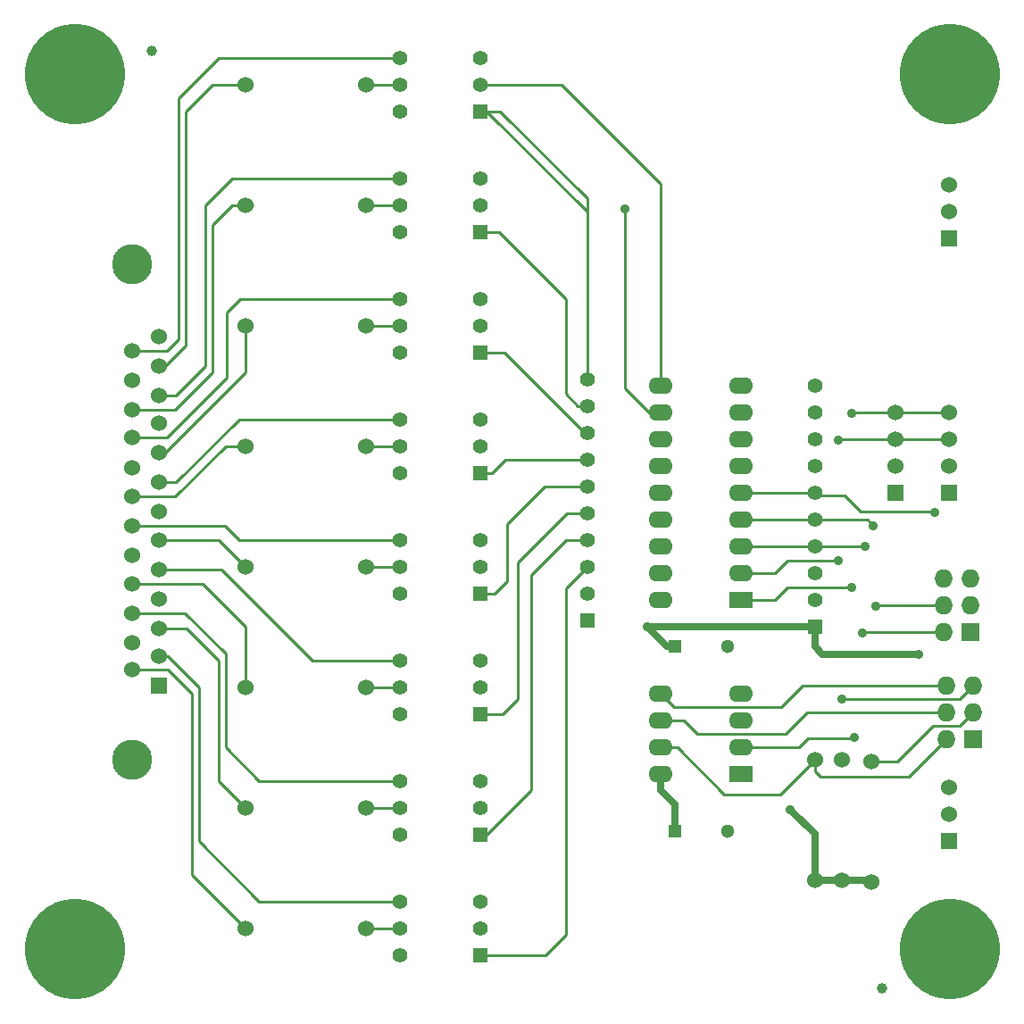
<source format=gtl>
G04 #@! TF.FileFunction,Copper,L1,Top,Signal*
%FSLAX46Y46*%
G04 Gerber Fmt 4.6, Leading zero omitted, Abs format (unit mm)*
G04 Created by KiCad (PCBNEW (after 2015-mar-04 BZR unknown)-product) date 4/26/2015 3:19:07 PM*
%MOMM*%
G01*
G04 APERTURE LIST*
%ADD10C,0.150000*%
%ADD11C,1.524000*%
%ADD12R,1.397000X1.397000*%
%ADD13C,1.397000*%
%ADD14C,9.525000*%
%ADD15C,1.000000*%
%ADD16R,1.524000X1.524000*%
%ADD17C,3.810000*%
%ADD18R,1.727200X1.727200*%
%ADD19O,1.727200X1.727200*%
%ADD20R,1.300000X1.300000*%
%ADD21C,1.300000*%
%ADD22R,2.286000X1.574800*%
%ADD23O,2.286000X1.574800*%
%ADD24C,0.889000*%
%ADD25C,0.254000*%
%ADD26C,0.635000*%
G04 APERTURE END LIST*
D10*
D11*
X63655000Y-26985000D03*
X52225000Y-26985000D03*
X63655000Y-38415000D03*
X52225000Y-38415000D03*
X63655000Y-49845000D03*
X52225000Y-49845000D03*
X63655000Y-61275000D03*
X52225000Y-61275000D03*
X63655000Y-72705000D03*
X52225000Y-72705000D03*
X63655000Y-84135000D03*
X52225000Y-84135000D03*
X63655000Y-106995000D03*
X52225000Y-106995000D03*
X63655000Y-95565000D03*
X52225000Y-95565000D03*
D12*
X74450000Y-109535000D03*
D13*
X74450000Y-106995000D03*
X74450000Y-104455000D03*
X66830000Y-104455000D03*
X66830000Y-106995000D03*
X66830000Y-109535000D03*
D12*
X74450000Y-29525000D03*
D13*
X74450000Y-26985000D03*
X74450000Y-24445000D03*
X66830000Y-24445000D03*
X66830000Y-26985000D03*
X66830000Y-29525000D03*
D12*
X74450000Y-40955000D03*
D13*
X74450000Y-38415000D03*
X74450000Y-35875000D03*
X66830000Y-35875000D03*
X66830000Y-38415000D03*
X66830000Y-40955000D03*
D12*
X74450000Y-52385000D03*
D13*
X74450000Y-49845000D03*
X74450000Y-47305000D03*
X66830000Y-47305000D03*
X66830000Y-49845000D03*
X66830000Y-52385000D03*
D12*
X74450000Y-63815000D03*
D13*
X74450000Y-61275000D03*
X74450000Y-58735000D03*
X66830000Y-58735000D03*
X66830000Y-61275000D03*
X66830000Y-63815000D03*
D12*
X74450000Y-75245000D03*
D13*
X74450000Y-72705000D03*
X74450000Y-70165000D03*
X66830000Y-70165000D03*
X66830000Y-72705000D03*
X66830000Y-75245000D03*
D12*
X74450000Y-86675000D03*
D13*
X74450000Y-84135000D03*
X74450000Y-81595000D03*
X66830000Y-81595000D03*
X66830000Y-84135000D03*
X66830000Y-86675000D03*
D12*
X74450000Y-98105000D03*
D13*
X74450000Y-95565000D03*
X74450000Y-93025000D03*
X66830000Y-93025000D03*
X66830000Y-95565000D03*
X66830000Y-98105000D03*
D14*
X36000000Y-26000000D03*
X119000000Y-26000000D03*
X36000000Y-109000000D03*
X119000000Y-109000000D03*
D15*
X43335000Y-23810000D03*
X112550000Y-112710000D03*
D16*
X118900000Y-65720000D03*
D11*
X118900000Y-63180000D03*
X118900000Y-60640000D03*
X118900000Y-58100000D03*
D17*
X41430000Y-44005000D03*
X41430000Y-90995000D03*
D16*
X43970000Y-84010000D03*
D11*
X43970000Y-81216000D03*
X43970000Y-78549000D03*
X43970000Y-75755000D03*
X43970000Y-72961000D03*
X43970000Y-70167000D03*
X43970000Y-67500000D03*
X43970000Y-64706000D03*
X43970000Y-61912000D03*
X43970000Y-59118000D03*
X43970000Y-56451000D03*
X43970000Y-53657000D03*
X43970000Y-50863000D03*
X41430000Y-82435200D03*
X41430000Y-79895200D03*
X41430000Y-77101200D03*
X41430000Y-74358000D03*
X41430000Y-71614800D03*
X41430000Y-68820800D03*
X41430000Y-66077600D03*
X41430000Y-63334400D03*
X41430000Y-60489600D03*
X41430000Y-57797200D03*
X41430000Y-55054000D03*
X41430000Y-52260000D03*
D12*
X84610000Y-77785000D03*
D13*
X84610000Y-75245000D03*
X84610000Y-72705000D03*
X84610000Y-70165000D03*
X84610000Y-67625000D03*
X84610000Y-65085000D03*
X84610000Y-62545000D03*
X84610000Y-60005000D03*
X84610000Y-57465000D03*
X84610000Y-54925000D03*
D12*
X106200000Y-78420000D03*
D13*
X106200000Y-75880000D03*
X106200000Y-73340000D03*
X106200000Y-70800000D03*
X106200000Y-68260000D03*
X106200000Y-65720000D03*
X106200000Y-63180000D03*
X106200000Y-60640000D03*
X106200000Y-58100000D03*
X106200000Y-55560000D03*
D16*
X113820000Y-65720000D03*
D11*
X113820000Y-63180000D03*
X113820000Y-60640000D03*
X113820000Y-58100000D03*
D16*
X118900000Y-41590000D03*
D11*
X118900000Y-39050000D03*
X118900000Y-36510000D03*
D16*
X118900000Y-98740000D03*
D11*
X118900000Y-96200000D03*
X118900000Y-93660000D03*
X108740000Y-91056500D03*
X108740000Y-102486500D03*
X111534000Y-91183500D03*
X111534000Y-102613500D03*
X106200000Y-90993000D03*
X106200000Y-102423000D03*
D18*
X120932000Y-78928000D03*
D19*
X118392000Y-78928000D03*
X120932000Y-76388000D03*
X118392000Y-76388000D03*
X120932000Y-73848000D03*
X118392000Y-73848000D03*
D18*
X121186000Y-89088000D03*
D19*
X118646000Y-89088000D03*
X121186000Y-86548000D03*
X118646000Y-86548000D03*
X121186000Y-84008000D03*
X118646000Y-84008000D03*
D20*
X92964000Y-80264000D03*
D21*
X97964000Y-80264000D03*
D20*
X92964000Y-97790000D03*
D21*
X97964000Y-97790000D03*
D22*
X99215000Y-75880000D03*
D23*
X99215000Y-73340000D03*
X99215000Y-70800000D03*
X99215000Y-68260000D03*
X99215000Y-65720000D03*
X99215000Y-63180000D03*
X99215000Y-60640000D03*
X99215000Y-58100000D03*
X99215000Y-55560000D03*
X91595000Y-55560000D03*
X91595000Y-58100000D03*
X91595000Y-60640000D03*
X91595000Y-63180000D03*
X91595000Y-65720000D03*
X91595000Y-68260000D03*
X91595000Y-70800000D03*
X91595000Y-73340000D03*
X91595000Y-75880000D03*
D22*
X99215000Y-92390000D03*
D23*
X99215000Y-89850000D03*
X99215000Y-87310000D03*
X99215000Y-84770000D03*
X91595000Y-84770000D03*
X91595000Y-87310000D03*
X91595000Y-89850000D03*
X91595000Y-92390000D03*
D24*
X117602000Y-67564000D03*
X112014000Y-76454000D03*
X111760000Y-68834000D03*
X109982000Y-88900000D03*
X110744000Y-78994000D03*
X110932000Y-70800000D03*
X109728000Y-74676000D03*
X109728000Y-58166000D03*
X108458000Y-72136000D03*
X108458000Y-60706000D03*
X116078000Y-81026000D03*
X90325000Y-78420000D03*
X103886000Y-95758000D03*
X88166000Y-38796000D03*
X108740000Y-85278000D03*
D25*
X117536000Y-67498000D02*
X115062000Y-67498000D01*
X117602000Y-67564000D02*
X117536000Y-67498000D01*
X99215000Y-65720000D02*
X106200000Y-65720000D01*
X115062000Y-67498000D02*
X110518000Y-67498000D01*
X108994000Y-65974000D02*
X106454000Y-65974000D01*
X110518000Y-67498000D02*
X108994000Y-65974000D01*
X106454000Y-65974000D02*
X106200000Y-65720000D01*
X118392000Y-76388000D02*
X112080000Y-76388000D01*
X112080000Y-76388000D02*
X112014000Y-76454000D01*
X106200000Y-68260000D02*
X111186000Y-68260000D01*
X111186000Y-68260000D02*
X111760000Y-68834000D01*
X105565000Y-88961000D02*
X109921000Y-88961000D01*
X99215000Y-89850000D02*
X104676000Y-89850000D01*
X104676000Y-89850000D02*
X105565000Y-88961000D01*
X109921000Y-88961000D02*
X109982000Y-88900000D01*
X99215000Y-68260000D02*
X106200000Y-68260000D01*
X106200000Y-70800000D02*
X110932000Y-70800000D01*
X110810000Y-78928000D02*
X118392000Y-78928000D01*
X110744000Y-78994000D02*
X110810000Y-78928000D01*
X99215000Y-70800000D02*
X106200000Y-70800000D01*
X99215000Y-75880000D02*
X102428000Y-75880000D01*
X103632000Y-74676000D02*
X109728000Y-74676000D01*
X102428000Y-75880000D02*
X103632000Y-74676000D01*
X109794000Y-58100000D02*
X113820000Y-58100000D01*
X109728000Y-58166000D02*
X109794000Y-58100000D01*
X98072000Y-88580000D02*
X103406000Y-88580000D01*
X103406000Y-88580000D02*
X105438000Y-86548000D01*
X105438000Y-86548000D02*
X118646000Y-86548000D01*
X95024000Y-88580000D02*
X93754000Y-87310000D01*
X98072000Y-88580000D02*
X95024000Y-88580000D01*
X93754000Y-87310000D02*
X91595000Y-87310000D01*
X113820000Y-58100000D02*
X118900000Y-58100000D01*
X99215000Y-73340000D02*
X102428000Y-73340000D01*
X103632000Y-72136000D02*
X108458000Y-72136000D01*
X102428000Y-73340000D02*
X103632000Y-72136000D01*
X108524000Y-60640000D02*
X113820000Y-60640000D01*
X108458000Y-60706000D02*
X108524000Y-60640000D01*
X118646000Y-84008000D02*
X105057000Y-84008000D01*
X92865000Y-86040000D02*
X91595000Y-84770000D01*
X103025000Y-86040000D02*
X92865000Y-86040000D01*
X105057000Y-84008000D02*
X103025000Y-86040000D01*
X113820000Y-60640000D02*
X118900000Y-60640000D01*
D26*
X106200000Y-78420000D02*
X90325000Y-78420000D01*
X116078000Y-81026000D02*
X106934000Y-81026000D01*
X106934000Y-81026000D02*
X106200000Y-80292000D01*
X106200000Y-80292000D02*
X106200000Y-78420000D01*
X108740000Y-102486500D02*
X111407000Y-102486500D01*
X111407000Y-102486500D02*
X111534000Y-102613500D01*
X106200000Y-102423000D02*
X108676500Y-102423000D01*
X108676500Y-102423000D02*
X108740000Y-102486500D01*
D25*
X106200000Y-78420000D02*
X106200000Y-80292000D01*
X106200000Y-80292000D02*
X106934000Y-81026000D01*
X111407000Y-102486500D02*
X111534000Y-102613500D01*
X108676500Y-102423000D02*
X108740000Y-102486500D01*
D26*
X92169000Y-80264000D02*
X90325000Y-78420000D01*
X92964000Y-80264000D02*
X92169000Y-80264000D01*
X91595000Y-93881000D02*
X92964000Y-95250000D01*
X92964000Y-95250000D02*
X92964000Y-97790000D01*
X91595000Y-92390000D02*
X91595000Y-93881000D01*
X103886000Y-95758000D02*
X106200000Y-98072000D01*
X106200000Y-98072000D02*
X106200000Y-102423000D01*
D25*
X46510000Y-51750000D02*
X46510000Y-29525000D01*
X46510000Y-29525000D02*
X49050000Y-26985000D01*
X49050000Y-26985000D02*
X52225000Y-26985000D01*
X44603000Y-53657000D02*
X46510000Y-51750000D01*
X43970000Y-53657000D02*
X44603000Y-53657000D01*
X63655000Y-26985000D02*
X66830000Y-26985000D01*
X63655000Y-38415000D02*
X66830000Y-38415000D01*
X63655000Y-49845000D02*
X66830000Y-49845000D01*
X63655000Y-61275000D02*
X66830000Y-61275000D01*
X63655000Y-72705000D02*
X66830000Y-72705000D01*
X63655000Y-84135000D02*
X66830000Y-84135000D01*
X63655000Y-95565000D02*
X66830000Y-95565000D01*
X63655000Y-106995000D02*
X66830000Y-106995000D01*
X82578000Y-107630000D02*
X82578000Y-74737000D01*
X82578000Y-74737000D02*
X84610000Y-72705000D01*
X82578000Y-107630000D02*
X80673000Y-109535000D01*
X80673000Y-109535000D02*
X74450000Y-109535000D01*
X79276000Y-93914000D02*
X79276000Y-73467000D01*
X82578000Y-70165000D02*
X84610000Y-70165000D01*
X79276000Y-73467000D02*
X82578000Y-70165000D01*
X75085000Y-98105000D02*
X79276000Y-93914000D01*
X74450000Y-98105000D02*
X75085000Y-98105000D01*
X78006000Y-85278000D02*
X78006000Y-72324000D01*
X82705000Y-67625000D02*
X84610000Y-67625000D01*
X78006000Y-72324000D02*
X82705000Y-67625000D01*
X76609000Y-86675000D02*
X78006000Y-85278000D01*
X74450000Y-86675000D02*
X76609000Y-86675000D01*
X76990000Y-74102000D02*
X76990000Y-68641000D01*
X80546000Y-65085000D02*
X84610000Y-65085000D01*
X76990000Y-68641000D02*
X80546000Y-65085000D01*
X75847000Y-75245000D02*
X76990000Y-74102000D01*
X74450000Y-75245000D02*
X75847000Y-75245000D01*
X75593000Y-63815000D02*
X76863000Y-62545000D01*
X76863000Y-62545000D02*
X84610000Y-62545000D01*
X74450000Y-63815000D02*
X75593000Y-63815000D01*
X84610000Y-60005000D02*
X84356000Y-60005000D01*
X84356000Y-60005000D02*
X76736000Y-52385000D01*
X76736000Y-52385000D02*
X74450000Y-52385000D01*
X74450000Y-40955000D02*
X76228000Y-40955000D01*
X82578000Y-47305000D02*
X82578000Y-56322000D01*
X76228000Y-40955000D02*
X82578000Y-47305000D01*
X83721000Y-57465000D02*
X82578000Y-56322000D01*
X84610000Y-57465000D02*
X83721000Y-57465000D01*
X74450000Y-29525000D02*
X76355000Y-29525000D01*
X84610000Y-37780000D02*
X84610000Y-54925000D01*
X76355000Y-29525000D02*
X84610000Y-37780000D01*
X84610000Y-54925000D02*
X84610000Y-39050000D01*
X75085000Y-29525000D02*
X84610000Y-39050000D01*
X74450000Y-29525000D02*
X75085000Y-29525000D01*
X91595000Y-36383000D02*
X82197000Y-26985000D01*
X82197000Y-26985000D02*
X74450000Y-26985000D01*
X91595000Y-55560000D02*
X91595000Y-36383000D01*
X91595000Y-58100000D02*
X90452000Y-58100000D01*
X88166000Y-55814000D02*
X88166000Y-38796000D01*
X90452000Y-58100000D02*
X88166000Y-55814000D01*
X91595000Y-58100000D02*
X91595000Y-57973000D01*
X111534000Y-91183500D02*
X114010500Y-91183500D01*
X119916000Y-87818000D02*
X121186000Y-86548000D01*
X117376000Y-87818000D02*
X119916000Y-87818000D01*
X114010500Y-91183500D02*
X117376000Y-87818000D01*
X111534000Y-91183500D02*
X111534000Y-90485000D01*
X44861000Y-81216000D02*
X47780000Y-84135000D01*
X47780000Y-84135000D02*
X47780000Y-98740000D01*
X47780000Y-98740000D02*
X53495000Y-104455000D01*
X53495000Y-104455000D02*
X66830000Y-104455000D01*
X43970000Y-81216000D02*
X44861000Y-81216000D01*
X46639000Y-78549000D02*
X49685000Y-81595000D01*
X49685000Y-81595000D02*
X49685000Y-93025000D01*
X49685000Y-93025000D02*
X52225000Y-95565000D01*
X43970000Y-78549000D02*
X46639000Y-78549000D01*
X49941000Y-72961000D02*
X58575000Y-81595000D01*
X58575000Y-81595000D02*
X66830000Y-81595000D01*
X43970000Y-72961000D02*
X49941000Y-72961000D01*
X49687000Y-70167000D02*
X52225000Y-72705000D01*
X43970000Y-70167000D02*
X49687000Y-70167000D01*
X45619000Y-64706000D02*
X51590000Y-58735000D01*
X51590000Y-58735000D02*
X66830000Y-58735000D01*
X43970000Y-64706000D02*
X45619000Y-64706000D01*
X52225000Y-54290000D02*
X44603000Y-61912000D01*
X44603000Y-61912000D02*
X43970000Y-61912000D01*
X52225000Y-49845000D02*
X52225000Y-54290000D01*
X50955000Y-35875000D02*
X66830000Y-35875000D01*
X45619000Y-56451000D02*
X48415000Y-53655000D01*
X48415000Y-53655000D02*
X48415000Y-38415000D01*
X48415000Y-38415000D02*
X50955000Y-35875000D01*
X43970000Y-56451000D02*
X45619000Y-56451000D01*
X44810200Y-82435200D02*
X47145000Y-84770000D01*
X47145000Y-84770000D02*
X47145000Y-101915000D01*
X47145000Y-101915000D02*
X52225000Y-106995000D01*
X41430000Y-82435200D02*
X44810200Y-82435200D01*
X46461200Y-77101200D02*
X50320000Y-80960000D01*
X50320000Y-80960000D02*
X50320000Y-89850000D01*
X50320000Y-89850000D02*
X53495000Y-93025000D01*
X53495000Y-93025000D02*
X66830000Y-93025000D01*
X41430000Y-77101200D02*
X46461200Y-77101200D01*
X48163000Y-74358000D02*
X52225000Y-78420000D01*
X52225000Y-78420000D02*
X52225000Y-84135000D01*
X41430000Y-74358000D02*
X48163000Y-74358000D01*
X50245800Y-68820800D02*
X51590000Y-70165000D01*
X51590000Y-70165000D02*
X66830000Y-70165000D01*
X41430000Y-68820800D02*
X50245800Y-68820800D01*
X45517400Y-66077600D02*
X50320000Y-61275000D01*
X50320000Y-61275000D02*
X52225000Y-61275000D01*
X41430000Y-66077600D02*
X45517400Y-66077600D01*
X66830000Y-47305000D02*
X51717000Y-47305000D01*
X50447000Y-48575000D02*
X50447000Y-54798000D01*
X51717000Y-47305000D02*
X50447000Y-48575000D01*
X44755400Y-60489600D02*
X50447000Y-54798000D01*
X41430000Y-60489600D02*
X44755400Y-60489600D01*
X49050000Y-54290000D02*
X49050000Y-40320000D01*
X49050000Y-40320000D02*
X50955000Y-38415000D01*
X50955000Y-38415000D02*
X52860000Y-38415000D01*
X52860000Y-38415000D02*
X52225000Y-38415000D01*
X45542800Y-57797200D02*
X49050000Y-54290000D01*
X41430000Y-57797200D02*
X45542800Y-57797200D01*
X49685000Y-24445000D02*
X66830000Y-24445000D01*
X45875000Y-51115000D02*
X45875000Y-28255000D01*
X45875000Y-28255000D02*
X49685000Y-24445000D01*
X44730000Y-52260000D02*
X45875000Y-51115000D01*
X41430000Y-52260000D02*
X44730000Y-52260000D01*
X91595000Y-89850000D02*
X93152000Y-89850000D01*
X93152000Y-89850000D02*
X97597000Y-94295000D01*
X91595000Y-89850000D02*
X91595000Y-89977000D01*
X102898000Y-94295000D02*
X106200000Y-90993000D01*
X97597000Y-94295000D02*
X102898000Y-94295000D01*
X106073000Y-91120000D02*
X106200000Y-90993000D01*
X106200000Y-90993000D02*
X106200000Y-92136000D01*
X115090000Y-92644000D02*
X118646000Y-89088000D01*
X106708000Y-92644000D02*
X115090000Y-92644000D01*
X106200000Y-92136000D02*
X106708000Y-92644000D01*
X91595000Y-89850000D02*
X92230000Y-89850000D01*
X108740000Y-85278000D02*
X117122000Y-85278000D01*
X119916000Y-85278000D02*
X121186000Y-84008000D01*
X117122000Y-85278000D02*
X119916000Y-85278000D01*
X108740000Y-91056500D02*
X108803500Y-91056500D01*
X108740000Y-91056500D02*
X109311500Y-91056500D01*
X121249500Y-84071500D02*
X121186000Y-84071500D01*
M02*

</source>
